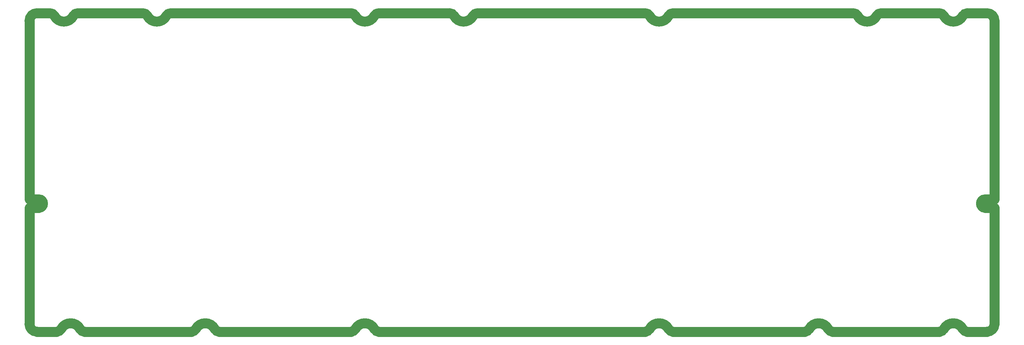
<source format=gbr>
G04 #@! TF.GenerationSoftware,KiCad,Pcbnew,(5.1.11)-1*
G04 #@! TF.CreationDate,2022-07-27T22:19:53+07:00*
G04 #@! TF.ProjectId,krush60hs - Copy,6b727573-6836-4306-9873-202d20436f70,rev?*
G04 #@! TF.SameCoordinates,Original*
G04 #@! TF.FileFunction,Legend,Top*
G04 #@! TF.FilePolarity,Positive*
%FSLAX46Y46*%
G04 Gerber Fmt 4.6, Leading zero omitted, Abs format (unit mm)*
G04 Created by KiCad (PCBNEW (5.1.11)-1) date 2022-07-27 22:19:53*
%MOMM*%
%LPD*%
G01*
G04 APERTURE LIST*
%ADD10C,3.000000*%
G04 APERTURE END LIST*
D10*
X285066246Y-130892496D02*
G75*
G02*
X282816246Y-133142496I-2250000J0D01*
G01*
X282316362Y-93992532D02*
X285066362Y-93992532D01*
X285066246Y-130892496D02*
X285066246Y-96492532D01*
X268793315Y-38942495D02*
X251614352Y-38942496D01*
X268793315Y-38942496D02*
G75*
G02*
X270123350Y-39748946I2J-1500000D01*
G01*
X275709493Y-39748948D02*
G75*
G02*
X270123350Y-39748946I-2793071J1456452D01*
G01*
X282816246Y-38942496D02*
X277039528Y-38942496D01*
X282816246Y-38942496D02*
G75*
G02*
X285066246Y-41192496I0J-2250000D01*
G01*
X282316362Y-96492532D02*
G75*
G02*
X282316362Y-93992532I0J1250000D01*
G01*
X275709494Y-39748948D02*
G75*
G02*
X277039528Y-38942496I1330034J-693548D01*
G01*
X285066362Y-93992532D02*
X285066246Y-41192496D01*
X285066246Y-96492532D02*
X282316362Y-96492532D01*
X190238851Y-133142496D02*
X229080641Y-133142496D01*
X237326851Y-133142496D02*
X268793641Y-133142496D01*
X270123676Y-132336045D02*
G75*
G02*
X275709816Y-132336044I2793070J-1456450D01*
G01*
X270123675Y-132336044D02*
G75*
G02*
X268793641Y-133142496I-1330034J693548D01*
G01*
X277039851Y-133142498D02*
G75*
G02*
X275709816Y-132336044I1J1500002D01*
G01*
X230410676Y-132336045D02*
G75*
G02*
X235996816Y-132336044I2793070J-1456450D01*
G01*
X230410675Y-132336044D02*
G75*
G02*
X229080641Y-133142496I-1330034J693548D01*
G01*
X190238851Y-133142498D02*
G75*
G02*
X188908816Y-132336044I1J1500002D01*
G01*
X277039851Y-133142496D02*
X282816246Y-133142496D01*
X237326851Y-133142498D02*
G75*
G02*
X235996816Y-132336044I1J1500002D01*
G01*
X183322675Y-132336044D02*
G75*
G02*
X181992641Y-133142496I-1330034J693548D01*
G01*
X16638851Y-133142496D02*
X48105641Y-133142496D01*
X103438851Y-133142498D02*
G75*
G02*
X102108816Y-132336044I1J1500002D01*
G01*
X103438851Y-133142496D02*
X181992641Y-133142496D01*
X96522676Y-132336045D02*
G75*
G02*
X102108816Y-132336044I2793070J-1456450D01*
G01*
X96522675Y-132336044D02*
G75*
G02*
X95192641Y-133142496I-1330034J693548D01*
G01*
X9722675Y-132336044D02*
G75*
G02*
X8392641Y-133142496I-1330034J693548D01*
G01*
X56351851Y-133142496D02*
X95192641Y-133142496D01*
X56351851Y-133142498D02*
G75*
G02*
X55021816Y-132336044I1J1500002D01*
G01*
X6393139Y-38942495D02*
X2616246Y-38942496D01*
X366246Y-93992532D02*
X3116362Y-93992532D01*
X2616246Y-133142497D02*
X8392641Y-133142496D01*
X366362Y-96492532D02*
X366245Y-130892496D01*
X366246Y-41192496D02*
G75*
G02*
X2616246Y-38942496I2250000J0D01*
G01*
X49435676Y-132336045D02*
G75*
G02*
X55021816Y-132336044I2793070J-1456450D01*
G01*
X16638851Y-133142498D02*
G75*
G02*
X15308816Y-132336044I1J1500002D01*
G01*
X9722676Y-132336045D02*
G75*
G02*
X15308816Y-132336044I2793070J-1456450D01*
G01*
X2616246Y-133142497D02*
G75*
G02*
X366245Y-130892496I0J2250001D01*
G01*
X3116362Y-93992532D02*
G75*
G02*
X3116362Y-96492532I0J-1250000D01*
G01*
X366245Y-41192496D02*
X366246Y-93992532D01*
X3116362Y-96492532D02*
X366362Y-96492532D01*
X183322676Y-132336045D02*
G75*
G02*
X188908816Y-132336044I2793070J-1456450D01*
G01*
X49435675Y-132336044D02*
G75*
G02*
X48105641Y-133142496I-1330034J693548D01*
G01*
X181993715Y-38942496D02*
G75*
G02*
X183323750Y-39748946I2J-1500000D01*
G01*
X188909894Y-39748948D02*
G75*
G02*
X190239928Y-38942496I1330034J-693548D01*
G01*
X243368139Y-38942495D02*
X190239928Y-38942496D01*
X6393139Y-38942496D02*
G75*
G02*
X7723174Y-39748946I2J-1500000D01*
G01*
X102108894Y-39748948D02*
G75*
G02*
X103438928Y-38942496I1330034J-693548D01*
G01*
X13309317Y-39748948D02*
G75*
G02*
X7723174Y-39748946I-2793071J1456452D01*
G01*
X13309318Y-39748948D02*
G75*
G02*
X14639352Y-38942496I1330034J-693548D01*
G01*
X33818139Y-38942496D02*
G75*
G02*
X35148174Y-39748946I2J-1500000D01*
G01*
X40734317Y-39748948D02*
G75*
G02*
X35148174Y-39748946I-2793071J1456452D01*
G01*
X40734318Y-39748948D02*
G75*
G02*
X42064352Y-38942496I1330034J-693548D01*
G01*
X95192715Y-38942495D02*
X42064352Y-38942496D01*
X95192715Y-38942496D02*
G75*
G02*
X96522750Y-39748946I2J-1500000D01*
G01*
X131221817Y-39748947D02*
G75*
G02*
X132551928Y-38942496I1330034J-693549D01*
G01*
X33818139Y-38942495D02*
X14639352Y-38942496D01*
X102108893Y-39748948D02*
G75*
G02*
X96522750Y-39748946I-2793071J1456452D01*
G01*
X124305639Y-38942495D02*
X103438928Y-38942496D01*
X250284317Y-39748948D02*
G75*
G02*
X244698174Y-39748946I-2793071J1456452D01*
G01*
X250284318Y-39748948D02*
G75*
G02*
X251614352Y-38942496I1330034J-693548D01*
G01*
X124305639Y-38942496D02*
G75*
G02*
X125635674Y-39748946I2J-1500000D01*
G01*
X188909893Y-39748948D02*
G75*
G02*
X183323750Y-39748946I-2793071J1456452D01*
G01*
X131221816Y-39748947D02*
G75*
G02*
X125635674Y-39748946I-2793071J1456451D01*
G01*
X181993715Y-38942495D02*
X132551928Y-38942496D01*
X243368139Y-38942496D02*
G75*
G02*
X244698174Y-39748946I2J-1500000D01*
G01*
M02*

</source>
